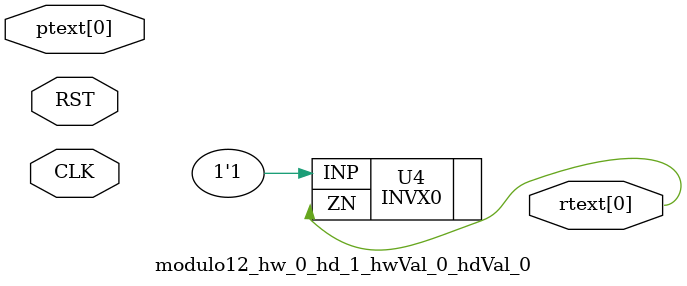
<source format=v>

module modulo12_hw_0_hd_1_hwVal_0_hdVal_0 ( RST, CLK, \ptext[0] , \rtext[0] 
 );
  input RST, CLK, \ptext[0] ;
  output \rtext[0] ;


  INVX0 U4 ( .INP(1'b1), .ZN(\rtext[0] ) );
endmodule


</source>
